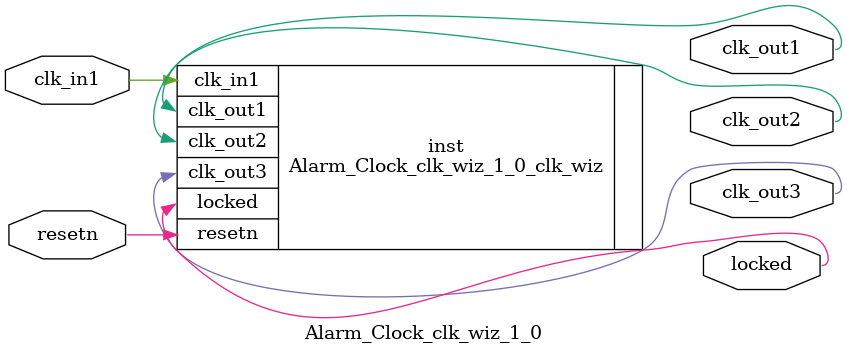
<source format=v>


`timescale 1ps/1ps

(* CORE_GENERATION_INFO = "Alarm_Clock_clk_wiz_1_0,clk_wiz_v5_3_2_0,{component_name=Alarm_Clock_clk_wiz_1_0,use_phase_alignment=true,use_min_o_jitter=false,use_max_i_jitter=false,use_dyn_phase_shift=false,use_inclk_switchover=false,use_dyn_reconfig=false,enable_axi=0,feedback_source=FDBK_AUTO,PRIMITIVE=MMCM,num_out_clk=3,clkin1_period=10.0,clkin2_period=10.0,use_power_down=false,use_reset=true,use_locked=true,use_inclk_stopped=false,feedback_type=SINGLE,CLOCK_MGR_TYPE=NA,manual_override=false}" *)

module Alarm_Clock_clk_wiz_1_0 
 (
  // Clock out ports
  output        clk_out1,
  output        clk_out2,
  output        clk_out3,
  // Status and control signals
  input         resetn,
  output        locked,
 // Clock in ports
  input         clk_in1
 );

  Alarm_Clock_clk_wiz_1_0_clk_wiz inst
  (
  // Clock out ports  
  .clk_out1(clk_out1),
  .clk_out2(clk_out2),
  .clk_out3(clk_out3),
  // Status and control signals               
  .resetn(resetn), 
  .locked(locked),
 // Clock in ports
  .clk_in1(clk_in1)
  );

endmodule

</source>
